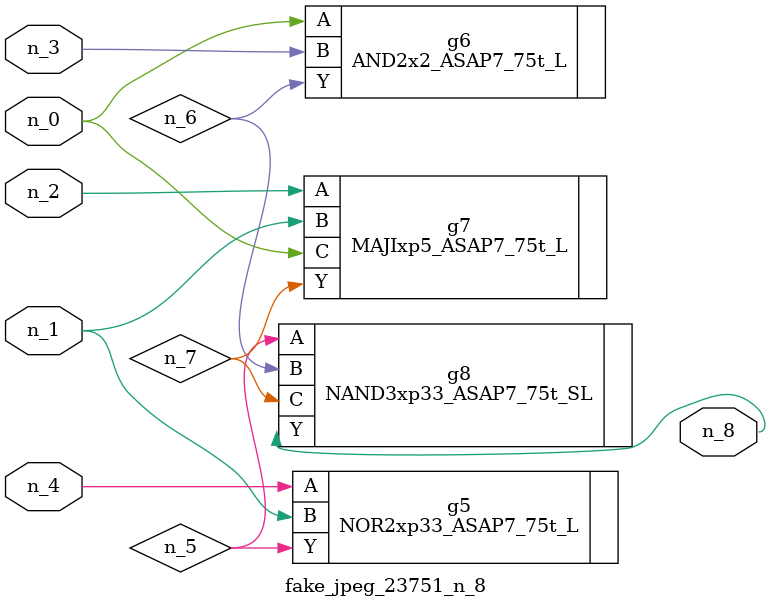
<source format=v>
module fake_jpeg_23751_n_8 (n_3, n_2, n_1, n_0, n_4, n_8);

input n_3;
input n_2;
input n_1;
input n_0;
input n_4;

output n_8;

wire n_6;
wire n_5;
wire n_7;

NOR2xp33_ASAP7_75t_L g5 ( 
.A(n_4),
.B(n_1),
.Y(n_5)
);

AND2x2_ASAP7_75t_L g6 ( 
.A(n_0),
.B(n_3),
.Y(n_6)
);

MAJIxp5_ASAP7_75t_L g7 ( 
.A(n_2),
.B(n_1),
.C(n_0),
.Y(n_7)
);

NAND3xp33_ASAP7_75t_SL g8 ( 
.A(n_5),
.B(n_6),
.C(n_7),
.Y(n_8)
);


endmodule
</source>
